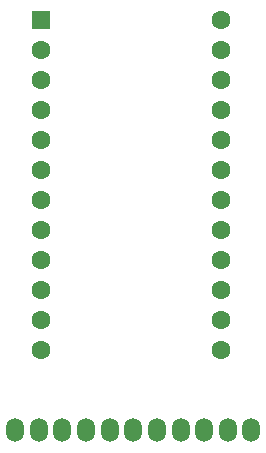
<source format=gbr>
%TF.GenerationSoftware,KiCad,Pcbnew,(5.1.9)-1*%
%TF.CreationDate,2021-12-26T22:52:53-06:00*%
%TF.ProjectId,Saturn for MISTER,53617475-726e-4206-966f-72204d495354,rev?*%
%TF.SameCoordinates,Original*%
%TF.FileFunction,Soldermask,Top*%
%TF.FilePolarity,Negative*%
%FSLAX46Y46*%
G04 Gerber Fmt 4.6, Leading zero omitted, Abs format (unit mm)*
G04 Created by KiCad (PCBNEW (5.1.9)-1) date 2021-12-26 22:52:53*
%MOMM*%
%LPD*%
G01*
G04 APERTURE LIST*
%ADD10O,1.500000X2.000000*%
%ADD11C,1.600000*%
%ADD12R,1.600000X1.600000*%
G04 APERTURE END LIST*
D10*
%TO.C,Saturn1*%
X142689560Y-112000000D03*
X144689560Y-112000000D03*
X146689560Y-112000000D03*
X148689560Y-112000000D03*
X150689560Y-112000000D03*
X152689560Y-112000000D03*
X154689560Y-112000000D03*
X156689560Y-112000000D03*
X158689560Y-112000000D03*
X160689560Y-112000000D03*
X162689560Y-112000000D03*
%TD*%
D11*
%TO.C,U1*%
X160101280Y-77256640D03*
X160101280Y-79796640D03*
X160101280Y-82336640D03*
X160101280Y-84876640D03*
X160101280Y-87416640D03*
X160101280Y-89956640D03*
X160101280Y-92496640D03*
X160101280Y-95036640D03*
X160101280Y-97576640D03*
X160101280Y-100116640D03*
X160101280Y-102656640D03*
X160101280Y-105196640D03*
X144861280Y-105196640D03*
X144861280Y-102656640D03*
X144861280Y-100116640D03*
X144861280Y-97576640D03*
X144861280Y-95036640D03*
X144861280Y-92496640D03*
X144861280Y-89956640D03*
X144861280Y-87416640D03*
X144861280Y-84876640D03*
X144861280Y-82336640D03*
X144861280Y-79796640D03*
D12*
X144861280Y-77256640D03*
%TD*%
M02*

</source>
